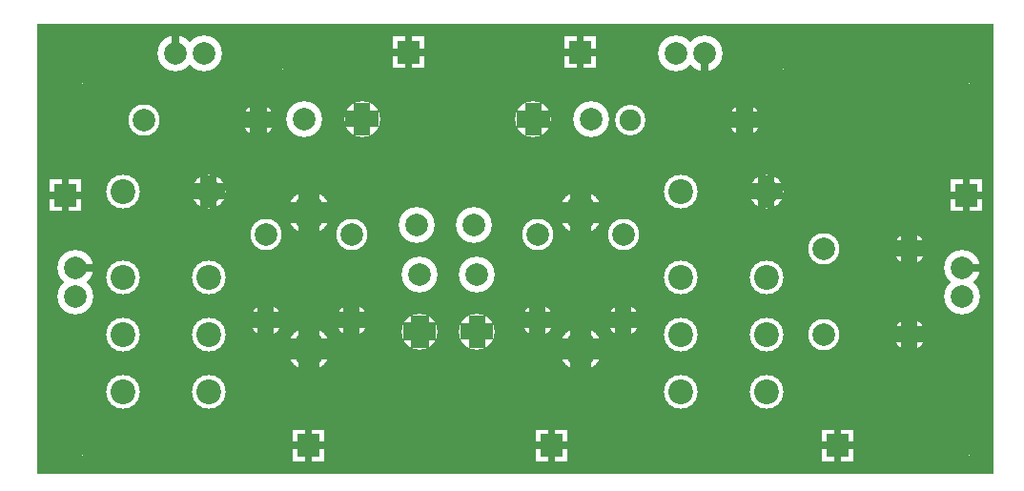
<source format=gbr>
%FSLAX34Y34*%
%MOMM*%
%LNCOPPER_TOP*%
G71*
G01*
%ADD10C,2.700*%
%ADD11C,3.000*%
%ADD12C,3.200*%
%ADD13C,2.800*%
%ADD14C,2.800*%
%ADD15C,3.800*%
%ADD16C,4.200*%
%ADD17C,1.607*%
%ADD18C,1.447*%
%ADD19C,0.667*%
%ADD20C,0.813*%
%ADD21C,1.860*%
%ADD22C,2.973*%
%ADD23C,1.900*%
%ADD24C,2.200*%
%ADD25C,2.000*%
%ADD26C,2.000*%
%ADD27C,3.000*%
%ADD28C,4.000*%
%LPD*%
G36*
X0Y400000D02*
X850000Y400000D01*
X850000Y0D01*
X0Y0D01*
X0Y400000D01*
G37*
%LPC*%
X196850Y314400D02*
G54D10*
D03*
X95250Y314400D02*
G54D10*
D03*
X76200Y250899D02*
G54D11*
D03*
X152400Y250899D02*
G54D11*
D03*
X76200Y174699D02*
G54D11*
D03*
X76200Y123899D02*
G54D11*
D03*
X76200Y73099D02*
G54D11*
D03*
X152400Y174699D02*
G54D11*
D03*
X152400Y123899D02*
G54D11*
D03*
X152400Y73099D02*
G54D11*
D03*
X388391Y221571D02*
G54D12*
D03*
X337410Y221459D02*
G54D12*
D03*
X340027Y177473D02*
G54D12*
D03*
X340140Y126492D02*
G54D12*
D03*
X390827Y177473D02*
G54D12*
D03*
X390940Y126492D02*
G54D12*
D03*
X571500Y250899D02*
G54D11*
D03*
X647700Y250900D02*
G54D11*
D03*
X571500Y174700D02*
G54D11*
D03*
X571500Y123900D02*
G54D11*
D03*
X571500Y73100D02*
G54D11*
D03*
X647700Y174700D02*
G54D11*
D03*
X647700Y123900D02*
G54D11*
D03*
X647700Y73100D02*
G54D11*
D03*
X288760Y315225D02*
G54D12*
D03*
X237780Y315113D02*
G54D12*
D03*
X340140Y126492D02*
G54D13*
D03*
X390940Y126492D02*
G54D13*
D03*
X628650Y314400D02*
G54D10*
D03*
X527050Y314400D02*
G54D10*
D03*
X491960Y315225D02*
G54D12*
D03*
X440980Y315113D02*
G54D12*
D03*
X592767Y373347D02*
G54D12*
D03*
X567267Y373347D02*
G54D12*
D03*
X123009Y373322D02*
G54D12*
D03*
X148509Y373322D02*
G54D12*
D03*
X821426Y182763D02*
G54D12*
D03*
X821426Y157264D02*
G54D12*
D03*
X34026Y182763D02*
G54D12*
D03*
X34026Y157264D02*
G54D12*
D03*
X698500Y200100D02*
G54D14*
D03*
X698500Y123900D02*
G54D14*
D03*
X95250Y314400D02*
G54D14*
D03*
X196850Y314400D02*
G54D14*
D03*
X774700Y123900D02*
G54D14*
D03*
X774700Y200100D02*
G54D14*
D03*
X152400Y250899D02*
G54D13*
D03*
X647700Y250900D02*
G54D13*
D03*
X774700Y123900D02*
G54D13*
D03*
X774700Y200100D02*
G54D13*
D03*
X196850Y314400D02*
G54D13*
D03*
X288760Y315225D02*
G54D13*
D03*
X628650Y314400D02*
G54D13*
D03*
X440980Y315113D02*
G54D13*
D03*
X203200Y212800D02*
G54D14*
D03*
X203200Y136600D02*
G54D14*
D03*
X279400Y212800D02*
G54D14*
D03*
X203200Y212800D02*
G54D14*
D03*
X279400Y212800D02*
G54D14*
D03*
X279400Y136600D02*
G54D14*
D03*
X241300Y231850D02*
G54D15*
D03*
X241300Y111200D02*
G54D15*
D03*
X444500Y212800D02*
G54D14*
D03*
X444500Y136600D02*
G54D14*
D03*
X520700Y212800D02*
G54D14*
D03*
X444500Y212800D02*
G54D14*
D03*
X520700Y212800D02*
G54D14*
D03*
X520700Y136600D02*
G54D14*
D03*
X203200Y136600D02*
G54D13*
D03*
X279400Y136600D02*
G54D13*
D03*
X444500Y136600D02*
G54D13*
D03*
X520700Y136600D02*
G54D13*
D03*
X482600Y231850D02*
G54D15*
D03*
X482600Y111200D02*
G54D15*
D03*
X241300Y111200D02*
G54D15*
D03*
X482600Y111200D02*
G54D15*
D03*
X482600Y231850D02*
G54D15*
D03*
G36*
X227300Y39350D02*
X255300Y39350D01*
X255300Y11350D01*
X227300Y11350D01*
X227300Y39350D01*
G37*
X25400Y31700D02*
G54D16*
D03*
G36*
X443200Y39350D02*
X471200Y39350D01*
X471200Y11350D01*
X443200Y11350D01*
X443200Y39350D01*
G37*
X812800Y31700D02*
G54D16*
D03*
X25400Y361900D02*
G54D16*
D03*
X812800Y361900D02*
G54D16*
D03*
G36*
X316200Y388600D02*
X344200Y388600D01*
X344200Y360600D01*
X316200Y360600D01*
X316200Y388600D01*
G37*
G36*
X468600Y388600D02*
X496600Y388600D01*
X496600Y360600D01*
X468600Y360600D01*
X468600Y388600D01*
G37*
G36*
X697200Y39350D02*
X725200Y39350D01*
X725200Y11350D01*
X697200Y11350D01*
X697200Y39350D01*
G37*
X647700Y374600D02*
G54D16*
D03*
X203200Y374600D02*
G54D16*
D03*
G36*
X811500Y261600D02*
X839500Y261600D01*
X839500Y233600D01*
X811500Y233600D01*
X811500Y261600D01*
G37*
G36*
X11400Y261600D02*
X39400Y261600D01*
X39400Y233600D01*
X11400Y233600D01*
X11400Y261600D01*
G37*
%LPD*%
G54D17*
G36*
X332106Y126492D02*
X332106Y140992D01*
X348173Y140992D01*
X348173Y126492D01*
X332106Y126492D01*
G37*
G36*
X340140Y134526D02*
X354640Y134526D01*
X354640Y118459D01*
X340140Y118459D01*
X340140Y134526D01*
G37*
G36*
X348173Y126492D02*
X348173Y111992D01*
X332106Y111992D01*
X332106Y126492D01*
X348173Y126492D01*
G37*
G36*
X340140Y118459D02*
X325640Y118459D01*
X325640Y134526D01*
X340140Y134526D01*
X340140Y118459D01*
G37*
G54D18*
G36*
X383706Y126492D02*
X383706Y140992D01*
X398173Y140992D01*
X398173Y126492D01*
X383706Y126492D01*
G37*
G36*
X390940Y133726D02*
X405440Y133726D01*
X405440Y119259D01*
X390940Y119259D01*
X390940Y133726D01*
G37*
G36*
X398173Y126492D02*
X398173Y111992D01*
X383706Y111992D01*
X383706Y126492D01*
X398173Y126492D01*
G37*
G36*
X390940Y119259D02*
X376440Y119259D01*
X376440Y133726D01*
X390940Y133726D01*
X390940Y119259D01*
G37*
G54D19*
G36*
X596100Y373347D02*
X596100Y356847D01*
X589434Y356847D01*
X589434Y373347D01*
X596100Y373347D01*
G37*
G54D20*
G54D19*
G36*
X119676Y373322D02*
X119676Y389822D01*
X126342Y389822D01*
X126342Y373322D01*
X119676Y373322D01*
G37*
G54D20*
G54D19*
G36*
X821426Y186097D02*
X837926Y186097D01*
X837926Y179430D01*
X821426Y179430D01*
X821426Y186097D01*
G37*
G54D20*
G54D19*
G36*
X34026Y186097D02*
X50526Y186097D01*
X50526Y179430D01*
X34026Y179430D01*
X34026Y186097D01*
G37*
G54D20*
G54D18*
G36*
X145166Y250899D02*
X145166Y265399D01*
X159633Y265399D01*
X159633Y250899D01*
X145166Y250899D01*
G37*
G36*
X152400Y258132D02*
X166900Y258132D01*
X166900Y243666D01*
X152400Y243666D01*
X152400Y258132D01*
G37*
G36*
X159633Y250899D02*
X159633Y236399D01*
X145166Y236399D01*
X145166Y250899D01*
X159633Y250899D01*
G37*
G36*
X152400Y243666D02*
X137900Y243666D01*
X137900Y258132D01*
X152400Y258132D01*
X152400Y243666D01*
G37*
G54D18*
G36*
X640467Y250900D02*
X640467Y265400D01*
X654933Y265400D01*
X654933Y250900D01*
X640467Y250900D01*
G37*
G36*
X647700Y258133D02*
X662200Y258133D01*
X662200Y243666D01*
X647700Y243666D01*
X647700Y258133D01*
G37*
G36*
X654933Y250900D02*
X654933Y236400D01*
X640467Y236400D01*
X640467Y250900D01*
X654933Y250900D01*
G37*
G36*
X647700Y243666D02*
X633200Y243666D01*
X633200Y258133D01*
X647700Y258133D01*
X647700Y243666D01*
G37*
G54D18*
G36*
X767467Y123900D02*
X767467Y138400D01*
X781933Y138400D01*
X781933Y123900D01*
X767467Y123900D01*
G37*
G36*
X774700Y131133D02*
X789200Y131133D01*
X789200Y116667D01*
X774700Y116667D01*
X774700Y131133D01*
G37*
G36*
X781933Y123900D02*
X781933Y109400D01*
X767467Y109400D01*
X767467Y123900D01*
X781933Y123900D01*
G37*
G36*
X774700Y116667D02*
X760200Y116667D01*
X760200Y131133D01*
X774700Y131133D01*
X774700Y116667D01*
G37*
G54D18*
G36*
X767467Y200100D02*
X767467Y214600D01*
X781933Y214600D01*
X781933Y200100D01*
X767467Y200100D01*
G37*
G36*
X774700Y207333D02*
X789200Y207333D01*
X789200Y192867D01*
X774700Y192867D01*
X774700Y207333D01*
G37*
G36*
X781933Y200100D02*
X781933Y185600D01*
X767467Y185600D01*
X767467Y200100D01*
X781933Y200100D01*
G37*
G36*
X774700Y192867D02*
X760200Y192867D01*
X760200Y207333D01*
X774700Y207333D01*
X774700Y192867D01*
G37*
G54D18*
G36*
X189617Y314400D02*
X189617Y328900D01*
X204083Y328900D01*
X204083Y314400D01*
X189617Y314400D01*
G37*
G36*
X196850Y321633D02*
X211350Y321633D01*
X211350Y307167D01*
X196850Y307167D01*
X196850Y321633D01*
G37*
G36*
X204083Y314400D02*
X204083Y299900D01*
X189617Y299900D01*
X189617Y314400D01*
X204083Y314400D01*
G37*
G36*
X196850Y307167D02*
X182350Y307167D01*
X182350Y321633D01*
X196850Y321633D01*
X196850Y307167D01*
G37*
G54D18*
G36*
X281527Y315225D02*
X281527Y329725D01*
X295993Y329725D01*
X295993Y315225D01*
X281527Y315225D01*
G37*
G36*
X288760Y322459D02*
X303260Y322459D01*
X303260Y307992D01*
X288760Y307992D01*
X288760Y322459D01*
G37*
G36*
X295993Y315225D02*
X295993Y300725D01*
X281527Y300725D01*
X281527Y315225D01*
X295993Y315225D01*
G37*
G36*
X288760Y307992D02*
X274260Y307992D01*
X274260Y322459D01*
X288760Y322459D01*
X288760Y307992D01*
G37*
G54D18*
G36*
X621417Y314400D02*
X621417Y328900D01*
X635883Y328900D01*
X635883Y314400D01*
X621417Y314400D01*
G37*
G36*
X628650Y321633D02*
X643150Y321633D01*
X643150Y307167D01*
X628650Y307167D01*
X628650Y321633D01*
G37*
G36*
X635883Y314400D02*
X635883Y299900D01*
X621417Y299900D01*
X621417Y314400D01*
X635883Y314400D01*
G37*
G36*
X628650Y307167D02*
X614150Y307167D01*
X614150Y321633D01*
X628650Y321633D01*
X628650Y307167D01*
G37*
G54D18*
G36*
X433746Y315113D02*
X433746Y329613D01*
X448213Y329613D01*
X448213Y315113D01*
X433746Y315113D01*
G37*
G36*
X440980Y322346D02*
X455480Y322346D01*
X455480Y307880D01*
X440980Y307880D01*
X440980Y322346D01*
G37*
G36*
X448213Y315113D02*
X448213Y300613D01*
X433746Y300613D01*
X433746Y315113D01*
X448213Y315113D01*
G37*
G36*
X440980Y307880D02*
X426480Y307880D01*
X426480Y322346D01*
X440980Y322346D01*
X440980Y307880D01*
G37*
G54D21*
G36*
X232000Y231850D02*
X232000Y251350D01*
X250600Y251350D01*
X250600Y231850D01*
X232000Y231850D01*
G37*
G36*
X241300Y241150D02*
X260800Y241150D01*
X260800Y222550D01*
X241300Y222550D01*
X241300Y241150D01*
G37*
G36*
X250600Y231850D02*
X250600Y212350D01*
X232000Y212350D01*
X232000Y231850D01*
X250600Y231850D01*
G37*
G36*
X241300Y222550D02*
X221800Y222550D01*
X221800Y241150D01*
X241300Y241150D01*
X241300Y222550D01*
G37*
G54D18*
G36*
X195967Y136600D02*
X195967Y151100D01*
X210433Y151100D01*
X210433Y136600D01*
X195967Y136600D01*
G37*
G36*
X203200Y143833D02*
X217700Y143833D01*
X217700Y129367D01*
X203200Y129367D01*
X203200Y143833D01*
G37*
G36*
X210433Y136600D02*
X210433Y122100D01*
X195967Y122100D01*
X195967Y136600D01*
X210433Y136600D01*
G37*
G36*
X203200Y129367D02*
X188700Y129367D01*
X188700Y143833D01*
X203200Y143833D01*
X203200Y129367D01*
G37*
G54D18*
G36*
X272167Y136600D02*
X272167Y151100D01*
X286633Y151100D01*
X286633Y136600D01*
X272167Y136600D01*
G37*
G36*
X279400Y143833D02*
X293900Y143833D01*
X293900Y129367D01*
X279400Y129367D01*
X279400Y143833D01*
G37*
G36*
X286633Y136600D02*
X286633Y122100D01*
X272167Y122100D01*
X272167Y136600D01*
X286633Y136600D01*
G37*
G36*
X279400Y129367D02*
X264900Y129367D01*
X264900Y143833D01*
X279400Y143833D01*
X279400Y129367D01*
G37*
G54D18*
G36*
X437267Y136600D02*
X437267Y151100D01*
X451733Y151100D01*
X451733Y136600D01*
X437267Y136600D01*
G37*
G36*
X444500Y143833D02*
X459000Y143833D01*
X459000Y129367D01*
X444500Y129367D01*
X444500Y143833D01*
G37*
G36*
X451733Y136600D02*
X451733Y122100D01*
X437267Y122100D01*
X437267Y136600D01*
X451733Y136600D01*
G37*
G36*
X444500Y129367D02*
X430000Y129367D01*
X430000Y143833D01*
X444500Y143833D01*
X444500Y129367D01*
G37*
G54D18*
G36*
X513467Y136600D02*
X513467Y151100D01*
X527933Y151100D01*
X527933Y136600D01*
X513467Y136600D01*
G37*
G36*
X520700Y143833D02*
X535200Y143833D01*
X535200Y129367D01*
X520700Y129367D01*
X520700Y143833D01*
G37*
G36*
X527933Y136600D02*
X527933Y122100D01*
X513467Y122100D01*
X513467Y136600D01*
X527933Y136600D01*
G37*
G36*
X520700Y129367D02*
X506200Y129367D01*
X506200Y143833D01*
X520700Y143833D01*
X520700Y129367D01*
G37*
G54D21*
G36*
X232000Y111200D02*
X232000Y130700D01*
X250600Y130700D01*
X250600Y111200D01*
X232000Y111200D01*
G37*
G36*
X241300Y120500D02*
X260800Y120500D01*
X260800Y101900D01*
X241300Y101900D01*
X241300Y120500D01*
G37*
G36*
X250600Y111200D02*
X250600Y91700D01*
X232000Y91700D01*
X232000Y111200D01*
X250600Y111200D01*
G37*
G36*
X241300Y101900D02*
X221800Y101900D01*
X221800Y120500D01*
X241300Y120500D01*
X241300Y101900D01*
G37*
G54D21*
G36*
X473300Y111200D02*
X473300Y130700D01*
X491900Y130700D01*
X491900Y111200D01*
X473300Y111200D01*
G37*
G36*
X482600Y120500D02*
X502100Y120500D01*
X502100Y101900D01*
X482600Y101900D01*
X482600Y120500D01*
G37*
G36*
X491900Y111200D02*
X491900Y91700D01*
X473300Y91700D01*
X473300Y111200D01*
X491900Y111200D01*
G37*
G36*
X482600Y101900D02*
X463100Y101900D01*
X463100Y120500D01*
X482600Y120500D01*
X482600Y101900D01*
G37*
G54D21*
G36*
X473300Y231850D02*
X473300Y251350D01*
X491900Y251350D01*
X491900Y231850D01*
X473300Y231850D01*
G37*
G36*
X482600Y241150D02*
X502100Y241150D01*
X502100Y222550D01*
X482600Y222550D01*
X482600Y241150D01*
G37*
G36*
X491900Y231850D02*
X491900Y212350D01*
X473300Y212350D01*
X473300Y231850D01*
X491900Y231850D01*
G37*
G36*
X482600Y222550D02*
X463100Y222550D01*
X463100Y241150D01*
X482600Y241150D01*
X482600Y222550D01*
G37*
G54D19*
G36*
X237967Y25350D02*
X237967Y39850D01*
X244633Y39850D01*
X244633Y25350D01*
X237967Y25350D01*
G37*
G36*
X241300Y28683D02*
X255800Y28683D01*
X255800Y22017D01*
X241300Y22017D01*
X241300Y28683D01*
G37*
G36*
X244633Y25350D02*
X244633Y10850D01*
X237967Y10850D01*
X237967Y25350D01*
X244633Y25350D01*
G37*
G36*
X241300Y22017D02*
X226800Y22017D01*
X226800Y28683D01*
X241300Y28683D01*
X241300Y22017D01*
G37*
G54D22*
G36*
X25400Y46567D02*
X46900Y46567D01*
X46900Y16833D01*
X25400Y16833D01*
X25400Y46567D01*
G37*
G36*
X40267Y31700D02*
X40267Y10200D01*
X10533Y10200D01*
X10533Y31700D01*
X40267Y31700D01*
G37*
G36*
X25400Y16833D02*
X3900Y16833D01*
X3900Y46567D01*
X25400Y46567D01*
X25400Y16833D01*
G37*
G36*
X10533Y31700D02*
X10533Y53200D01*
X40267Y53200D01*
X40267Y31700D01*
X10533Y31700D01*
G37*
G54D19*
G36*
X453867Y25350D02*
X453867Y39850D01*
X460533Y39850D01*
X460533Y25350D01*
X453867Y25350D01*
G37*
G36*
X457200Y28683D02*
X471700Y28683D01*
X471700Y22017D01*
X457200Y22017D01*
X457200Y28683D01*
G37*
G36*
X460533Y25350D02*
X460533Y10850D01*
X453867Y10850D01*
X453867Y25350D01*
X460533Y25350D01*
G37*
G36*
X457200Y22017D02*
X442700Y22017D01*
X442700Y28683D01*
X457200Y28683D01*
X457200Y22017D01*
G37*
G54D22*
G36*
X812800Y46567D02*
X834300Y46567D01*
X834300Y16833D01*
X812800Y16833D01*
X812800Y46567D01*
G37*
G36*
X827667Y31700D02*
X827667Y10200D01*
X797933Y10200D01*
X797933Y31700D01*
X827667Y31700D01*
G37*
G36*
X812800Y16833D02*
X791300Y16833D01*
X791300Y46567D01*
X812800Y46567D01*
X812800Y16833D01*
G37*
G36*
X797933Y31700D02*
X797933Y53200D01*
X827667Y53200D01*
X827667Y31700D01*
X797933Y31700D01*
G37*
G54D22*
G36*
X25400Y376767D02*
X46900Y376767D01*
X46900Y347033D01*
X25400Y347033D01*
X25400Y376767D01*
G37*
G36*
X40267Y361900D02*
X40267Y340400D01*
X10533Y340400D01*
X10533Y361900D01*
X40267Y361900D01*
G37*
G36*
X25400Y347033D02*
X3900Y347033D01*
X3900Y376767D01*
X25400Y376767D01*
X25400Y347033D01*
G37*
G36*
X10533Y361900D02*
X10533Y383400D01*
X40267Y383400D01*
X40267Y361900D01*
X10533Y361900D01*
G37*
G54D22*
G36*
X812800Y376767D02*
X834300Y376767D01*
X834300Y347033D01*
X812800Y347033D01*
X812800Y376767D01*
G37*
G36*
X827667Y361900D02*
X827667Y340400D01*
X797933Y340400D01*
X797933Y361900D01*
X827667Y361900D01*
G37*
G36*
X812800Y347033D02*
X791300Y347033D01*
X791300Y376767D01*
X812800Y376767D01*
X812800Y347033D01*
G37*
G36*
X797933Y361900D02*
X797933Y383400D01*
X827667Y383400D01*
X827667Y361900D01*
X797933Y361900D01*
G37*
G54D19*
G36*
X326867Y374600D02*
X326867Y389100D01*
X333533Y389100D01*
X333533Y374600D01*
X326867Y374600D01*
G37*
G36*
X330200Y377933D02*
X344700Y377933D01*
X344700Y371267D01*
X330200Y371267D01*
X330200Y377933D01*
G37*
G36*
X333533Y374600D02*
X333533Y360100D01*
X326867Y360100D01*
X326867Y374600D01*
X333533Y374600D01*
G37*
G36*
X330200Y371267D02*
X315700Y371267D01*
X315700Y377933D01*
X330200Y377933D01*
X330200Y371267D01*
G37*
G54D19*
G36*
X479267Y374600D02*
X479267Y389100D01*
X485933Y389100D01*
X485933Y374600D01*
X479267Y374600D01*
G37*
G36*
X482600Y377933D02*
X497100Y377933D01*
X497100Y371267D01*
X482600Y371267D01*
X482600Y377933D01*
G37*
G36*
X485933Y374600D02*
X485933Y360100D01*
X479267Y360100D01*
X479267Y374600D01*
X485933Y374600D01*
G37*
G36*
X482600Y371267D02*
X468100Y371267D01*
X468100Y377933D01*
X482600Y377933D01*
X482600Y371267D01*
G37*
G54D19*
G36*
X707867Y25350D02*
X707867Y39850D01*
X714533Y39850D01*
X714533Y25350D01*
X707867Y25350D01*
G37*
G36*
X711200Y28683D02*
X725700Y28683D01*
X725700Y22017D01*
X711200Y22017D01*
X711200Y28683D01*
G37*
G36*
X714533Y25350D02*
X714533Y10850D01*
X707867Y10850D01*
X707867Y25350D01*
X714533Y25350D01*
G37*
G36*
X711200Y22017D02*
X696700Y22017D01*
X696700Y28683D01*
X711200Y28683D01*
X711200Y22017D01*
G37*
G54D22*
G36*
X647700Y389467D02*
X669200Y389467D01*
X669200Y359733D01*
X647700Y359733D01*
X647700Y389467D01*
G37*
G36*
X662567Y374600D02*
X662567Y353100D01*
X632833Y353100D01*
X632833Y374600D01*
X662567Y374600D01*
G37*
G36*
X647700Y359733D02*
X626200Y359733D01*
X626200Y389467D01*
X647700Y389467D01*
X647700Y359733D01*
G37*
G36*
X632833Y374600D02*
X632833Y396100D01*
X662567Y396100D01*
X662567Y374600D01*
X632833Y374600D01*
G37*
G54D22*
G36*
X203200Y389467D02*
X224700Y389467D01*
X224700Y359733D01*
X203200Y359733D01*
X203200Y389467D01*
G37*
G36*
X218067Y374600D02*
X218067Y353100D01*
X188333Y353100D01*
X188333Y374600D01*
X218067Y374600D01*
G37*
G36*
X203200Y359733D02*
X181700Y359733D01*
X181700Y389467D01*
X203200Y389467D01*
X203200Y359733D01*
G37*
G36*
X188333Y374600D02*
X188333Y396100D01*
X218067Y396100D01*
X218067Y374600D01*
X188333Y374600D01*
G37*
G54D19*
G36*
X822167Y247600D02*
X822167Y262100D01*
X828833Y262100D01*
X828833Y247600D01*
X822167Y247600D01*
G37*
G36*
X825500Y250933D02*
X840000Y250933D01*
X840000Y244267D01*
X825500Y244267D01*
X825500Y250933D01*
G37*
G36*
X828833Y247600D02*
X828833Y233100D01*
X822167Y233100D01*
X822167Y247600D01*
X828833Y247600D01*
G37*
G36*
X825500Y244267D02*
X811000Y244267D01*
X811000Y250933D01*
X825500Y250933D01*
X825500Y244267D01*
G37*
G54D19*
G36*
X22067Y247600D02*
X22067Y262100D01*
X28733Y262100D01*
X28733Y247600D01*
X22067Y247600D01*
G37*
G36*
X25400Y250933D02*
X39900Y250933D01*
X39900Y244267D01*
X25400Y244267D01*
X25400Y250933D01*
G37*
G36*
X28733Y247600D02*
X28733Y233100D01*
X22067Y233100D01*
X22067Y247600D01*
X28733Y247600D01*
G37*
G36*
X25400Y244267D02*
X10900Y244267D01*
X10900Y250933D01*
X25400Y250933D01*
X25400Y244267D01*
G37*
X196850Y314400D02*
G54D23*
D03*
X95250Y314400D02*
G54D23*
D03*
X76200Y250899D02*
G54D24*
D03*
X152400Y250899D02*
G54D24*
D03*
X76200Y174699D02*
G54D24*
D03*
X76200Y123899D02*
G54D24*
D03*
X76200Y73099D02*
G54D24*
D03*
X152400Y174699D02*
G54D24*
D03*
X152400Y123899D02*
G54D24*
D03*
X152400Y73099D02*
G54D24*
D03*
X388391Y221571D02*
G54D25*
D03*
X337410Y221459D02*
G54D25*
D03*
X340027Y177473D02*
G54D25*
D03*
X340140Y126492D02*
G54D25*
D03*
X390827Y177473D02*
G54D25*
D03*
X390940Y126492D02*
G54D25*
D03*
X571500Y250899D02*
G54D24*
D03*
X647700Y250900D02*
G54D24*
D03*
X571500Y174700D02*
G54D24*
D03*
X571500Y123900D02*
G54D24*
D03*
X571500Y73100D02*
G54D24*
D03*
X647700Y174700D02*
G54D24*
D03*
X647700Y123900D02*
G54D24*
D03*
X647700Y73100D02*
G54D24*
D03*
X288760Y315225D02*
G54D25*
D03*
X237780Y315113D02*
G54D25*
D03*
X340140Y126492D02*
G54D26*
D03*
X390940Y126492D02*
G54D26*
D03*
X628650Y314400D02*
G54D23*
D03*
X527050Y314400D02*
G54D23*
D03*
X491960Y315225D02*
G54D25*
D03*
X440980Y315113D02*
G54D25*
D03*
X592767Y373347D02*
G54D25*
D03*
X567267Y373347D02*
G54D25*
D03*
X123009Y373322D02*
G54D25*
D03*
X148509Y373322D02*
G54D25*
D03*
X821426Y182763D02*
G54D25*
D03*
X821426Y157264D02*
G54D25*
D03*
X34026Y182763D02*
G54D25*
D03*
X34026Y157264D02*
G54D25*
D03*
X698500Y200100D02*
G54D25*
D03*
X698500Y123900D02*
G54D25*
D03*
X95250Y314400D02*
G54D25*
D03*
X196850Y314400D02*
G54D25*
D03*
X774700Y123900D02*
G54D25*
D03*
X774700Y200100D02*
G54D25*
D03*
X152400Y250899D02*
G54D26*
D03*
X647700Y250900D02*
G54D26*
D03*
X774700Y123900D02*
G54D26*
D03*
X774700Y200100D02*
G54D26*
D03*
X196850Y314400D02*
G54D26*
D03*
X288760Y315225D02*
G54D26*
D03*
X628650Y314400D02*
G54D26*
D03*
X440980Y315113D02*
G54D26*
D03*
X203200Y212800D02*
G54D25*
D03*
X203200Y136600D02*
G54D25*
D03*
X279400Y212800D02*
G54D25*
D03*
X203200Y212800D02*
G54D25*
D03*
X279400Y212800D02*
G54D25*
D03*
X279400Y136600D02*
G54D25*
D03*
X241300Y231850D02*
G54D27*
D03*
X241300Y111200D02*
G54D27*
D03*
X444500Y212800D02*
G54D25*
D03*
X444500Y136600D02*
G54D25*
D03*
X520700Y212800D02*
G54D25*
D03*
X444500Y212800D02*
G54D25*
D03*
X520700Y212800D02*
G54D25*
D03*
X520700Y136600D02*
G54D25*
D03*
X203200Y136600D02*
G54D26*
D03*
X279400Y136600D02*
G54D26*
D03*
X444500Y136600D02*
G54D26*
D03*
X520700Y136600D02*
G54D26*
D03*
X482600Y231850D02*
G54D27*
D03*
X482600Y111200D02*
G54D27*
D03*
X241300Y111200D02*
G54D27*
D03*
X482600Y111200D02*
G54D27*
D03*
X482600Y231850D02*
G54D27*
D03*
G36*
X231300Y35350D02*
X251300Y35350D01*
X251300Y15350D01*
X231300Y15350D01*
X231300Y35350D01*
G37*
X25400Y31700D02*
G54D28*
D03*
G36*
X447200Y35350D02*
X467200Y35350D01*
X467200Y15350D01*
X447200Y15350D01*
X447200Y35350D01*
G37*
X812800Y31700D02*
G54D28*
D03*
X25400Y361900D02*
G54D28*
D03*
X812800Y361900D02*
G54D28*
D03*
G36*
X320200Y384600D02*
X340200Y384600D01*
X340200Y364600D01*
X320200Y364600D01*
X320200Y384600D01*
G37*
G36*
X472600Y384600D02*
X492600Y384600D01*
X492600Y364600D01*
X472600Y364600D01*
X472600Y384600D01*
G37*
G36*
X701200Y35350D02*
X721200Y35350D01*
X721200Y15350D01*
X701200Y15350D01*
X701200Y35350D01*
G37*
X647700Y374600D02*
G54D28*
D03*
X203200Y374600D02*
G54D28*
D03*
G36*
X815500Y257600D02*
X835500Y257600D01*
X835500Y237600D01*
X815500Y237600D01*
X815500Y257600D01*
G37*
G36*
X15400Y257600D02*
X35400Y257600D01*
X35400Y237600D01*
X15400Y237600D01*
X15400Y257600D01*
G37*
M02*

</source>
